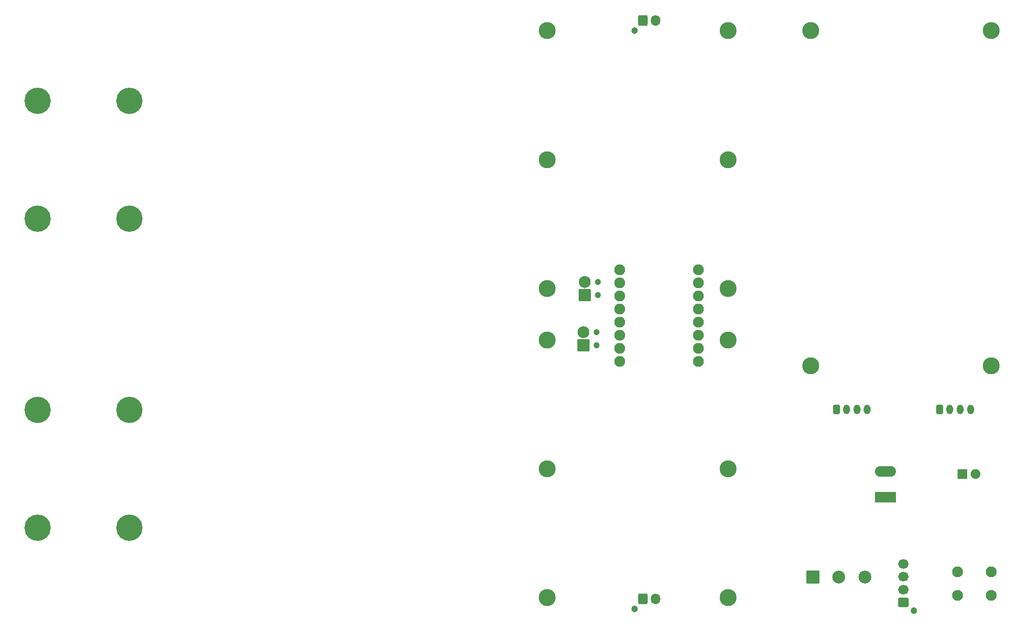
<source format=gbr>
G04 #@! TF.GenerationSoftware,KiCad,Pcbnew,7.0.0-da2b9df05c~163~ubuntu22.04.1*
G04 #@! TF.CreationDate,2023-05-10T13:35:31+09:00*
G04 #@! TF.ProjectId,QuinoaChipPlant,5175696e-6f61-4436-9869-70506c616e74,rev?*
G04 #@! TF.SameCoordinates,Original*
G04 #@! TF.FileFunction,Soldermask,Bot*
G04 #@! TF.FilePolarity,Negative*
%FSLAX46Y46*%
G04 Gerber Fmt 4.6, Leading zero omitted, Abs format (unit mm)*
G04 Created by KiCad (PCBNEW 7.0.0-da2b9df05c~163~ubuntu22.04.1) date 2023-05-10 13:35:31*
%MOMM*%
%LPD*%
G01*
G04 APERTURE LIST*
G04 Aperture macros list*
%AMRoundRect*
0 Rectangle with rounded corners*
0 $1 Rounding radius*
0 $2 $3 $4 $5 $6 $7 $8 $9 X,Y pos of 4 corners*
0 Add a 4 corners polygon primitive as box body*
4,1,4,$2,$3,$4,$5,$6,$7,$8,$9,$2,$3,0*
0 Add four circle primitives for the rounded corners*
1,1,$1+$1,$2,$3*
1,1,$1+$1,$4,$5*
1,1,$1+$1,$6,$7*
1,1,$1+$1,$8,$9*
0 Add four rect primitives between the rounded corners*
20,1,$1+$1,$2,$3,$4,$5,0*
20,1,$1+$1,$4,$5,$6,$7,0*
20,1,$1+$1,$6,$7,$8,$9,0*
20,1,$1+$1,$8,$9,$2,$3,0*%
G04 Aperture macros list end*
%ADD10O,2.102000X2.102000*%
%ADD11C,1.202000*%
%ADD12RoundRect,0.051000X1.100000X-1.100000X1.100000X1.100000X-1.100000X1.100000X-1.100000X-1.100000X0*%
%ADD13C,2.302000*%
%ADD14C,1.302000*%
%ADD15RoundRect,0.301000X-0.600000X-0.750000X0.600000X-0.750000X0.600000X0.750000X-0.600000X0.750000X0*%
%ADD16O,1.802000X2.102000*%
%ADD17RoundRect,0.301000X-0.350000X-0.625000X0.350000X-0.625000X0.350000X0.625000X-0.350000X0.625000X0*%
%ADD18O,1.302000X1.852000*%
%ADD19C,5.102000*%
%ADD20C,3.302000*%
%ADD21RoundRect,0.301000X0.725000X-0.600000X0.725000X0.600000X-0.725000X0.600000X-0.725000X-0.600000X0*%
%ADD22O,2.052000X1.802000*%
%ADD23RoundRect,0.051000X1.980000X-0.990000X1.980000X0.990000X-1.980000X0.990000X-1.980000X-0.990000X0*%
%ADD24O,4.062000X2.082000*%
%ADD25RoundRect,0.051000X-1.200000X-1.200000X1.200000X-1.200000X1.200000X1.200000X-1.200000X1.200000X0*%
%ADD26C,2.502000*%
%ADD27RoundRect,0.051000X-0.900000X-0.900000X0.900000X-0.900000X0.900000X0.900000X-0.900000X0.900000X0*%
%ADD28C,1.902000*%
%ADD29C,2.102000*%
G04 APERTURE END LIST*
D10*
X171179999Y-91699999D03*
X171179999Y-94239999D03*
X171179999Y-96779999D03*
X171179999Y-99319999D03*
X171179999Y-101859999D03*
X171179999Y-104399999D03*
X171179999Y-106939999D03*
X171179999Y-109479999D03*
X186419999Y-109479999D03*
X186419999Y-106939999D03*
X186419999Y-104399999D03*
X186419999Y-101859999D03*
X186419999Y-99319999D03*
X186419999Y-96779999D03*
X186419999Y-94239999D03*
X186419999Y-91699999D03*
D11*
X166720000Y-106360000D03*
X166720000Y-103820000D03*
D12*
X164180000Y-106360000D03*
D13*
X164180000Y-103820000D03*
D14*
X174080000Y-45320000D03*
D15*
X175680000Y-43320000D03*
D16*
X178179999Y-43319999D03*
D17*
X233180000Y-118770000D03*
D18*
X235179999Y-118769999D03*
X237179999Y-118769999D03*
X239179999Y-118769999D03*
D19*
X58440000Y-141760000D03*
D20*
X157180000Y-95320000D03*
X192180000Y-105320000D03*
D19*
X76220000Y-81760000D03*
X58440000Y-118900000D03*
D20*
X157180000Y-70320000D03*
X192180000Y-155320000D03*
X157180000Y-105320000D03*
X157180000Y-45320000D03*
X192180000Y-45320000D03*
D14*
X228180000Y-157820000D03*
D21*
X226180000Y-156220000D03*
D22*
X226179999Y-153719999D03*
X226179999Y-151219999D03*
X226179999Y-148719999D03*
D23*
X222680000Y-135820000D03*
D24*
X222679999Y-130819999D03*
D20*
X157180000Y-130320000D03*
D25*
X208680000Y-151320000D03*
D26*
X213680000Y-151320000D03*
X218680000Y-151320000D03*
D20*
X192180000Y-70320000D03*
D19*
X76220000Y-118900000D03*
X76220000Y-141760000D03*
D14*
X174080000Y-157520000D03*
D15*
X175680000Y-155520000D03*
D16*
X178179999Y-155519999D03*
D19*
X58440000Y-81760000D03*
D20*
X208180000Y-45320000D03*
X192180000Y-95320000D03*
X243180000Y-110320000D03*
D27*
X237640000Y-131320000D03*
D28*
X240180000Y-131320000D03*
D29*
X236680000Y-150320000D03*
X243180000Y-150320000D03*
X236680000Y-154820000D03*
X243180000Y-154820000D03*
D20*
X243180000Y-45320000D03*
X157180000Y-155320000D03*
D17*
X213180000Y-118770000D03*
D18*
X215179999Y-118769999D03*
X217179999Y-118769999D03*
X219179999Y-118769999D03*
D19*
X76220000Y-58900000D03*
X58440000Y-58900000D03*
D11*
X166970000Y-96570000D03*
X166970000Y-94030000D03*
D12*
X164430000Y-96570000D03*
D13*
X164430000Y-94030000D03*
D20*
X192180000Y-130320000D03*
X208180000Y-110320000D03*
G36*
X164290710Y-104964138D02*
G01*
X164291207Y-104965981D01*
X164289932Y-104967401D01*
X164248097Y-104982283D01*
X164207278Y-105028828D01*
X164194318Y-105089362D01*
X164212504Y-105148537D01*
X164257221Y-105191345D01*
X164317638Y-105207064D01*
X164319010Y-105208307D01*
X164318775Y-105210143D01*
X164317134Y-105211000D01*
X164042866Y-105211000D01*
X164041225Y-105210143D01*
X164040990Y-105208307D01*
X164042362Y-105207064D01*
X164102778Y-105191345D01*
X164147495Y-105148537D01*
X164165681Y-105089362D01*
X164152721Y-105028828D01*
X164111902Y-104982283D01*
X164070067Y-104967401D01*
X164068792Y-104965981D01*
X164069289Y-104964138D01*
X164071105Y-104963551D01*
X164073985Y-104964090D01*
X164286015Y-104964090D01*
X164288894Y-104963551D01*
X164290710Y-104964138D01*
G37*
G36*
X164540710Y-95174138D02*
G01*
X164541207Y-95175981D01*
X164539932Y-95177401D01*
X164498097Y-95192283D01*
X164457278Y-95238828D01*
X164444318Y-95299362D01*
X164462504Y-95358537D01*
X164507221Y-95401345D01*
X164567638Y-95417064D01*
X164569010Y-95418307D01*
X164568775Y-95420143D01*
X164567134Y-95421000D01*
X164292866Y-95421000D01*
X164291225Y-95420143D01*
X164290990Y-95418307D01*
X164292362Y-95417064D01*
X164352778Y-95401345D01*
X164397495Y-95358537D01*
X164415681Y-95299362D01*
X164402721Y-95238828D01*
X164361902Y-95192283D01*
X164320067Y-95177401D01*
X164318792Y-95175981D01*
X164319289Y-95174138D01*
X164321105Y-95173551D01*
X164323985Y-95174090D01*
X164536015Y-95174090D01*
X164538894Y-95173551D01*
X164540710Y-95174138D01*
G37*
M02*

</source>
